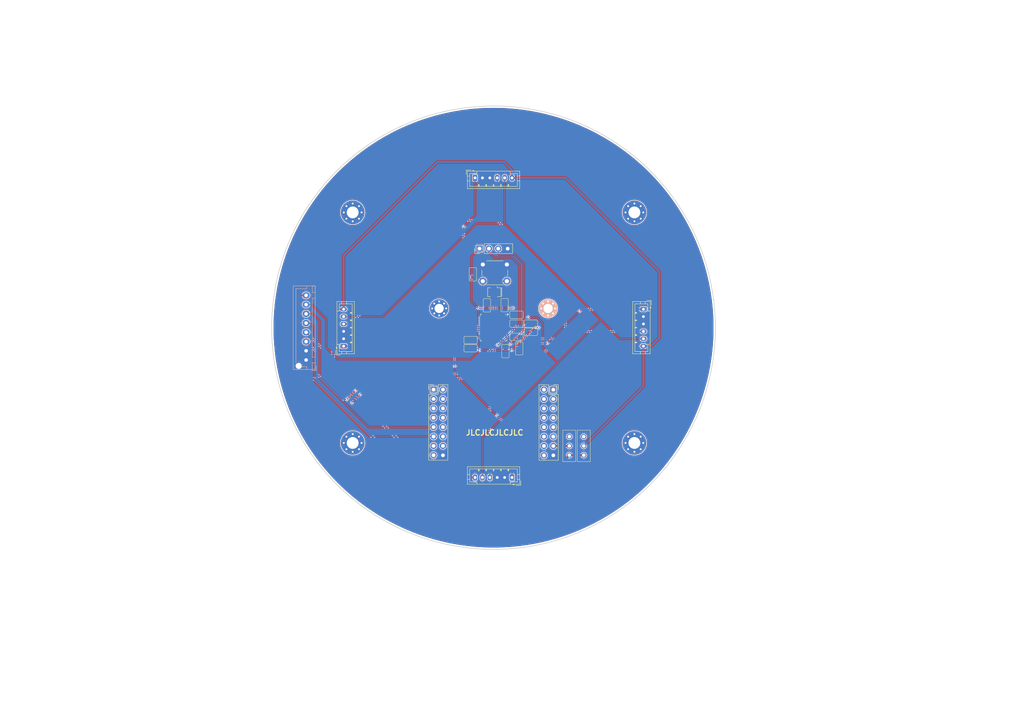
<source format=kicad_pcb>
(kicad_pcb (version 20240108) (generator "pcbnew") (generator_version "8.0")
  (layers (0 "F.Cu" signal) (31 "B.Cu" signal) (34 "B.Paste" user) (35 "F.Paste" user) (36 "B.SilkS" user "B.Silkscreen") (37 "F.SilkS" user "F.Silkscreen") (38 "B.Mask" user) (39 "F.Mask" user) (44 "Edge.Cuts" user))
  (net 0 "")
  (net 1 "+3V3 FILT")
  (net 2 "GNDREF")
  (net 3 "/TOF/ENC RST")
  (net 4 "Net-(D1-K)")
  (net 5 "/TOF/TOF LED")
  (net 6 "+5V FILT")
  (net 7 "CAM TX")
  (net 8 "CAM RX")
  (net 9 "TOF TX")
  (net 10 "TOF RX")
  (net 11 "/TOF/TOF SDA")
  (net 12 "/TOF/TOF PWR")
  (net 13 "/TOF/TOF SCL")
  (net 14 "/TOF/TOF1")
  (net 15 "/TOF/TOF3")
  (net 16 "/TOF/TOF2")
  (net 17 "/TOF/TOF4")
  (net 18 "/TOF/TOF SWCLK")
  (net 19 "/TOF/TOF SWDIO")
  (net 20 "/TOF/ENC BOOT0")
  (net 22 "/CAM PWR")
  (net 34 "/CAM RST")
  (net 54 "/TOF/ENC OSC OUT")
  (net 76 "/TOF/ENC OSC IN")
  (footprint "Library:cap0603" (layer "F.Cu") (at 146.7 105.05 -90)
    (property "Reference" "C4" (hide yes))
    (property "Value" "0u1" (hide yes))
    (pad "1" smd roundrect (at -0.799999 0 270) (size 1 1) (layers "F.Cu" "F.Paste" "F.Mask") (roundrect_rratio 0.1) (net 1 "+3V3 FILT"))
    (pad "2" smd roundrect (at 0.799999 0 270) (size 1 1) (layers "F.Cu" "F.Paste" "F.Mask") (roundrect_rratio 0.1) (net 2 "GNDREF"))
  )
  (footprint "Connector_JST:JST_PH_B6B-PH-K_1x06_P2.00mm_Vertical" (layer "F.Cu") (at 148.499999 139.250001 180)
    (property "Reference" "J3" (hide yes))
    (property "Value" "Conn_01x06")
    (pad "1" thru_hole roundrect (at 0 0 180) (size 1.2 1.75) (drill 0.75) (layers "*.Cu" "*.Mask") (roundrect_rratio 0.208333) (net 15 "/TOF/TOF3"))
    (pad "2" thru_hole oval (at 2.000001 0 180) (size 1.2 1.75) (drill 0.75) (layers "*.Cu" "*.Mask") (net 2 "GNDREF"))
    (pad "3" thru_hole oval (at 4 0 180) (size 1.2 1.75) (drill 0.75) (layers "*.Cu" "*.Mask") (net 2 "GNDREF"))
    (pad "4" thru_hole oval (at 6 0 180) (size 1.2 1.75) (drill 0.75) (layers "*.Cu" "*.Mask") (net 13 "/TOF/TOF SCL"))
    (pad "5" thru_hole oval (at 8 0 180) (size 1.2 1.75) (drill 0.75) (layers "*.Cu" "*.Mask") (net 11 "/TOF/TOF SDA"))
    (pad "6" thru_hole oval (at 10 0 180) (size 1.2 1.75) (drill 0.75) (layers "*.Cu" "*.Mask") (net 12 "/TOF/TOF PWR"))
  )
  (footprint "Connector_JST:JST_PH_B6B-PH-K_1x06_P2.00mm_Vertical" (layer "F.Cu") (at 102.949997 103.699999 90)
    (property "Reference" "J4" (hide yes))
    (property "Value" "Conn_01x06")
    (pad "1" thru_hole roundrect (at 0 0 90) (size 1.2 1.75) (drill 0.75) (layers "*.Cu" "*.Mask") (roundrect_rratio 0.208333) (net 16 "/TOF/TOF2"))
    (pad "2" thru_hole oval (at 2.000001 0 90) (size 1.2 1.75) (drill 0.75) (layers "*.Cu" "*.Mask") (net 2 "GNDREF"))
    (pad "3" thru_hole oval (at 4 0 90) (size 1.2 1.75) (drill 0.75) (layers "*.Cu" "*.Mask") (net 2 "GNDREF"))
    (pad "4" thru_hole oval (at 6 0 90) (size 1.2 1.75) (drill 0.75) (layers "*.Cu" "*.Mask") (net 13 "/TOF/TOF SCL"))
    (pad "5" thru_hole oval (at 8 0 90) (size 1.2 1.75) (drill 0.75) (layers "*.Cu" "*.Mask") (net 11 "/TOF/TOF SDA"))
    (pad "6" thru_hole oval (at 10 0 90) (size 1.2 1.75) (drill 0.75) (layers "*.Cu" "*.Mask") (net 12 "/TOF/TOF PWR"))
  )
  (footprint "Library:res0603" (layer "F.Cu") (at 149.700001 97.6 180)
    (property "Reference" "R1" (hide yes))
    (property "Value" "R")
    (pad "1" smd roundrect (at -0.799999 0 180) (size 1 1) (layers "F.Cu" "F.Paste" "F.Mask") (roundrect_rratio 0.1) (net 2 "GNDREF"))
    (pad "2" smd roundrect (at 0.799999 0 180) (size 1 1) (layers "F.Cu" "F.Paste" "F.Mask") (roundrect_rratio 0.1) (net 20 "/TOF/ENC BOOT0"))
  )
  (footprint "Connector_PinHeader_2.54mm:PinHeader_1x04_P2.54mm_Vertical" (layer "F.Cu") (at 139.7 77.3 90)
    (property "Reference" "J6" (hide yes))
    (property "Value" "Conn_01x04")
    (pad "1" thru_hole rect (at 0 0 90) (size 1.7 1.7) (drill 1) (layers "*.Cu" "*.Mask") (net 1 "+3V3 FILT"))
    (pad "2" thru_hole oval (at 0 2.54 90) (size 1.7 1.7) (drill 1) (layers "*.Cu" "*.Mask") (net 19 "/TOF/TOF SWDIO"))
    (pad "3" thru_hole oval (at 0 5.08 90) (size 1.7 1.7) (drill 1) (layers "*.Cu" "*.Mask") (net 18 "/TOF/TOF SWCLK"))
    (pad "4" thru_hole oval (at 0 7.62 90) (size 1.7 1.7) (drill 1) (layers "*.Cu" "*.Mask") (net 2 "GNDREF"))
  )
  (footprint "Connector_JST:JST_PH_B6B-PH-K_1x06_P2.00mm_Vertical" (layer "F.Cu") (at 138.5 58.149998)
    (property "Reference" "J2" (hide yes))
    (property "Value" "Conn_01x06")
    (pad "1" thru_hole roundrect (at 0 0) (size 1.2 1.75) (drill 0.75) (layers "*.Cu" "*.Mask") (roundrect_rratio 0.208333) (net 14 "/TOF/TOF1"))
    (pad "2" thru_hole oval (at 2 0) (size 1.2 1.75) (drill 0.75) (layers "*.Cu" "*.Mask") (net 2 "GNDREF"))
    (pad "3" thru_hole oval (at 4 0) (size 1.2 1.75) (drill 0.75) (layers "*.Cu" "*.Mask") (net 2 "GNDREF"))
    (pad "4" thru_hole oval (at 6 0) (size 1.2 1.75) (drill 0.75) (layers "*.Cu" "*.Mask") (net 13 "/TOF/TOF SCL"))
    (pad "5" thru_hole oval (at 8 0) (size 1.2 1.75) (drill 0.75) (layers "*.Cu" "*.Mask") (net 11 "/TOF/TOF SDA"))
    (pad "6" thru_hole oval (at 10 0) (size 1.2 1.75) (drill 0.75) (layers "*.Cu" "*.Mask") (net 12 "/TOF/TOF PWR"))
  )
  (footprint "Library:SS12D00G3" (layer "F.Cu") (at 167.9 130.7 90)
    (property "Reference" "SW3" (hide yes))
    (property "Value" "SW_SPDT" (hide yes))
    (pad "1" thru_hole circle (at -2.5 0 90) (size 1.4 1.4) (drill 0.9) (layers "*.Cu" "*.Mask") (net 6 "+5V FILT"))
    (pad "2" thru_hole circle (at 0 0 90) (size 1.4 1.4) (drill 0.9) (layers "*.Cu" "*.Mask") (net 12 "/TOF/TOF PWR"))
    (pad "3" thru_hole circle (at 2.5 0 90) (size 1.4 1.4) (drill 0.9) (layers "*.Cu" "*.Mask"))
  )
  (footprint "Library:res0603" (layer "F.Cu") (at 150.45 104.3 -90)
    (property "Reference" "R4" (hide yes))
    (property "Value" "1K")
    (pad "1" smd roundrect (at -0.799999 0 270) (size 1 1) (layers "F.Cu" "F.Paste" "F.Mask") (roundrect_rratio 0.1) (net 4 "Net-(D1-K)"))
    (pad "2" smd roundrect (at 0.799999 0 270) (size 1 1) (layers "F.Cu" "F.Paste" "F.Mask") (roundrect_rratio 0.1) (net 2 "GNDREF"))
  )
  (footprint "Library:SS12D00G3" (layer "F.Cu") (at 164 130.7 90)
    (property "Reference" "SW1" (hide yes))
    (property "Value" "SW_SPDT" (hide yes))
    (pad "1" thru_hole circle (at -2.5 0 90) (size 1.4 1.4) (drill 0.9) (layers "*.Cu" "*.Mask") (net 6 "+5V FILT"))
    (pad "2" thru_hole circle (at 0 0 90) (size 1.4 1.4) (drill 0.9) (layers "*.Cu" "*.Mask") (net 22 "/CAM PWR"))
    (pad "3" thru_hole circle (at 2.5 0 90) (size 1.4 1.4) (drill 0.9) (layers "*.Cu" "*.Mask"))
  )
  (footprint "MountingHole:MountingHole_3.2mm_M3_Pad_Via" (layer "F.Cu") (at 181.6 67.5)
    (property "Reference" "H2" (hide yes))
    (property "Value" "MountingHole")
    (pad "1" thru_hole circle (at -2.4 0) (size 0.8 0.8) (drill 0.5) (layers "*.Cu" "*.Mask"))
    (pad "1" thru_hole circle (at -1.697056 -1.697056) (size 0.8 0.8) (drill 0.5) (layers "*.Cu" "*.Mask"))
    (pad "1" thru_hole circle (at -1.697056 1.697056) (size 0.8 0.8) (drill 0.5) (layers "*.Cu" "*.Mask"))
    (pad "1" thru_hole circle (at 0 -2.4) (size 0.8 0.8) (drill 0.5) (layers "*.Cu" "*.Mask"))
    (pad "1" thru_hole circle (at 0 0) (size 6.4 6.4) (drill 3.2) (layers "*.Cu" "*.Mask"))
    (pad "1" thru_hole circle (at 0 2.4) (size 0.8 0.8) (drill 0.5) (layers "*.Cu" "*.Mask"))
    (pad "1" thru_hole circle (at 1.697056 -1.697056) (size 0.8 0.8) (drill 0.5) (layers "*.Cu" "*.Mask"))
    (pad "1" thru_hole circle (at 1.697056 1.697056) (size 0.8 0.8) (drill 0.5) (layers "*.Cu" "*.Mask"))
    (pad "1" thru_hole circle (at 2.4 0) (size 0.8 0.8) (drill 0.5) (layers "*.Cu" "*.Mask"))
  )
  (footprint "Library:cap0603" (layer "F.Cu") (at 137.300001 104.250001 180)
    (property "Reference" "C1" (hide yes))
    (property "Value" "2u2" (hide yes))
    (pad "1" smd roundrect (at -0.799999 0 180) (size 1 1) (layers "F.Cu" "F.Paste" "F.Mask") (roundrect_rratio 0.1) (net 1 "+3V3 FILT"))
    (pad "2" smd roundrect (at 0.799999 0 180) (size 1 1) (layers "F.Cu" "F.Paste" "F.Mask") (roundrect_rratio 0.1) (net 2 "GNDREF"))
  )
  (footprint "Library:OpenMV_RT" (layer "F.Cu") (at 143.5 98.7)
    (property "Reference" "U1" (hide yes))
    (property "Value" "~")
    (pad "0" thru_hole rect (at -16.225 16.756) (size 1.7 1.7) (drill 1) (layers "*.Cu" "*.Mask"))
    (pad "1" thru_hole oval (at -13.685 16.756) (size 1.7 1.7) (drill 1) (layers "*.Cu" "*.Mask"))
    (pad "2" thru_hole oval (at -16.225 19.296) (size 1.7 1.7) (drill 1) (layers "*.Cu" "*.Mask"))
    (pad "3" thru_hole oval (at -13.685 19.296) (size 1.7 1.7) (drill 1) (layers "*.Cu" "*.Mask"))
    (pad "4" thru_hole oval (at -16.225 21.836) (size 1.7 1.7) (drill 1) (layers "*.Cu" "*.Mask"))
    (pad "5" thru_hole oval (at -13.685 21.836) (size 1.7 1.7) (drill 1) (layers "*.Cu" "*.Mask"))
    (pad "6" thru_hole oval (at -16.225 24.376) (size 1.7 1.7) (drill 1) (layers "*.Cu" "*.Mask"))
    (pad "7" thru_hole oval (at -13.685 24.376) (size 1.7 1.7) (drill 1) (layers "*.Cu" "*.Mask"))
    (pad "8" thru_hole oval (at -16.225 26.916) (size 1.7 1.7) (drill 1) (layers "*.Cu" "*.Mask") (net 7 "CAM TX"))
    (pad "9" thru_hole oval (at -13.685 26.916) (size 1.7 1.7) (drill 1) (layers "*.Cu" "*.Mask"))
    (pad "10" thru_hole oval (at -16.225 29.456) (size 1.7 1.7) (drill 1) (layers "*.Cu" "*.Mask") (net 8 "CAM RX"))
    (pad "11" thru_hole oval (at -13.685 29.456) (size 1.7 1.7) (drill 1) (layers "*.Cu" "*.Mask"))
    (pad "12" thru_hole oval (at -16.225 31.996) (size 1.7 1.7) (drill 1) (layers "*.Cu" "*.Mask"))
    (pad "13" thru_hole oval (at -13.685 31.996) (size 1.7 1.7) (drill 1) (layers "*.Cu" "*.Mask"))
    (pad "14" thru_hole oval (at -16.225 34.536) (size 1.7 1.7) (drill 1) (layers "*.Cu" "*.Mask"))
    (pad "15" thru_hole oval (at -13.685 34.536) (size 1.7 1.7) (drill 1) (layers "*.Cu" "*.Mask") (net 2 "GNDREF"))
    (pad "16" thru_hole oval (at 13.635 16.776) (size 1.7 1.7) (drill 1) (layers "*.Cu" "*.Mask"))
    (pad "17" thru_hole rect (at 16.175 16.776) (size 1.7 1.7) (drill 1) (layers "*.Cu" "*.Mask") (net 34 "/CAM RST"))
    (pad "18" thru_hole oval (at 13.635 19.316) (size 1.7 1.7) (drill 1) (layers "*.Cu" "*.Mask"))
    (pad "19" thru_hole oval (at 16.175 19.316) (size 1.7 1.7) (drill 1) (layers "*.Cu" "*.Mask"))
    (pad "20" thru_hole oval (at 13.635 21.856) (size 1.7 1.7) (drill 1) (layers "*.Cu" "*.Mask"))
    (pad "21" thru_hole oval (at 16.175 21.856) (size 1.7 1.7) (drill 1) (layers "*.Cu" "*.Mask"))
    (pad "22" thru_hole oval (at 13.635 24.396) (size 1.7 1.7) (drill 1) (layers "*.Cu" "*.Mask"))
    (pad "23" thru_hole oval (at 16.175 24.396) (size 1.7 1.7) (drill 1) (layers "*.Cu" "*.Mask"))
    (pad "24" thru_hole oval (at 13.635 26.936) (size 1.7 1.7) (drill 1) (layers "*.Cu" "*.Mask"))
    (pad "25" thru_hole oval (at 16.175 26.936) (size 1.7 1.7) (drill 1) (layers "*.Cu" "*.Mask"))
    (pad "26" thru_hole oval (at 13.635 29.476) (size 1.7 1.7) (drill 1) (layers "*.Cu" "*.Mask"))
    (pad "27" thru_hole oval (at 16.175 29.476) (size 1.7 1.7) (drill 1) (layers "*.Cu" "*.Mask"))
    (pad "28" thru_hole oval (at 13.635 32.016) (size 1.7 1.7) (drill 1) (layers "*.Cu" "*.Mask"))
    (pad "29" thru_hole oval (at 16.175 32.016) (size 1.7 1.7) (drill 1) (layers "*.Cu" "*.Mask") (net 22 "/CAM PWR"))
    (pad "30" thru_hole oval (at 13.635 34.556) (size 1.7 1.7) (drill 1) (layers "*.Cu" "*.Mask"))
    (pad "31" thru_hole oval (at 16.175 34.556) (size 1.7 1.7) (drill 1) (layers "*.Cu" "*.Mask") (net 2 "GNDREF"))
    (pad "X" thru_hole circle (at -16.582 -5.207) (size 0.8 0.8) (drill 0.5) (layers "*.Cu" "*.Mask"))
    (pad "X" thru_hole circle (at -16.032825 -6.532825) (size 0.8 0.8) (drill 0.5) (layers "*.Cu" "*.Mask"))
    (pad "X" thru_hole circle (at -16.032825 -3.881175) (size 0.8 0.8) (drill 0.5) (layers "*.Cu" "*.Mask"))
    (pad "X" thru_hole circle (at -14.707 -7.082) (size 0.8 0.8) (drill 0.5) (layers "*.Cu" "*.Mask"))
    (pad "X" thru_hole circle (at -14.707 -5.207) (size 5 5) (drill 2.5) (layers "*.Cu" "*.Mask"))
    (pad "X" thru_hole circle (at -14.707 -3.332) (size 0.8 0.8) (drill 0.5) (layers "*.Cu" "*.Mask"))
    (pad "X" thru_hole circle (at -13.381175 -6.532825) (size 0.8 0.8) (drill 0.5) (layers "*.Cu" "*.Mask"))
    (pad "X" thru_hole circle (at -13.381175 -3.881175) (size 0.8 0.8) (drill 0.5) (layers "*.Cu" "*.Mask"))
    (pad "X" thru_hole circle (at -12.832 -5.207) (size 0.8 0.8) (drill 0.5) (layers "*.Cu" "*.Mask"))
    (pad "X" thru_hole circle (at 12.882 -5.207) (size 0.8 0.8) (drill 0.5) (layers "*.Cu" "*.Mask"))
    (pad "X" thru_hole circle (at 13.431175 -6.532825) (size 0.8 0.8) (drill 0.5) (layers "*.Cu" "*.Mask"))
    (pad "X" thru_hole circle (at 13.431175 -3.881175) (size 0.8 0.8) (drill 0.5) (layers "*.Cu" "*.Mask"))
    (pad "X" thru_hole circle (at 14.757 -7.082) (size 0.8 0.8) (drill 0.5) (layers "*.Cu" "*.Mask"))
    (pad "X" thru_hole circle (at 14.757 -5.207) (size 5 5) (drill 2.5) (layers "*.Cu" "*.Mask" "B.SilkS"))
    (pad "X" thru_hole circle (at 14.757 -3.332) (size 0.8 0.8) (drill 0.5) (layers "*.Cu" "*.Mask" "Eco1.User"))
    (pad "X" thru_hole circle (at 16.082825 -6.532825) (size 0.8 0.8) (drill 0.5) (layers "*.Cu" "*.Mask"))
    (pad "X" thru_hole circle (at 16.082825 -3.881175) (size 0.8 0.8) (drill 0.5) (layers "*.Cu" "*.Mask" "Dwgs.User"))
    (pad "X" thru_hole circle (at 16.632 -5.207) (size 0.8 0.8) (drill 0.5) (layers "*.Cu" "*.Mask"))
  )
  (footprint "MountingHole:MountingHole_3.2mm_M3_Pad_Via" (layer "F.Cu") (at 105.4 129.9)
    (property "Reference" "H4" (hide yes))
    (property "Value" "MountingHole")
    (pad "1" thru_hole circle (at -2.4 0) (size 0.8 0.8) (drill 0.5) (layers "*.Cu" "*.Mask"))
    (pad "1" thru_hole circle (at -1.697056 -1.697056) (size 0.8 0.8) (drill 0.5) (layers "*.Cu" "*.Mask"))
    (pad "1" thru_hole circle (at -1.697056 1.697056) (size 0.8 0.8) (drill 0.5) (layers "*.Cu" "*.Mask"))
    (pad "1" thru_hole circle (at 0 -2.4) (size 0.8 0.8) (drill 0.5) (layers "*.Cu" "*.Mask"))
    (pad "1" thru_hole circle (at 0 0) (size 6.4 6.4) (drill 3.2) (layers "*.Cu" "*.Mask"))
    (pad "1" thru_hole circle (at 0 2.4) (size 0.8 0.8) (drill 0.5) (layers "*.Cu" "*.Mask"))
    (pad "1" thru_hole circle (at 1.697056 -1.697056) (size 0.8 0.8) (drill 0.5) (layers "*.Cu" "*.Mask"))
    (pad "1" thru_hole circle (at 1.697056 1.697056) (size 0.8 0.8) (drill 0.5) (layers "*.Cu" "*.Mask"))
    (pad "1" thru_hole circle (at 2.4 0) (size 0.8 0.8) (drill 0.5) (layers "*.Cu" "*.Mask"))
  )
  (footprint "Connector_JST:JST_PH_B6B-PH-K_1x06_P2.00mm_Vertical" (layer "F.Cu") (at 184.05 93.700001 -90)
    (property "Reference" "J5" (hide yes))
    (property "Value" "Conn_01x06")
    (pad "1" thru_hole roundrect (at 0 0 270) (size 1.2 1.75) (drill 0.75) (layers "*.Cu" "*.Mask") (roundrect_rratio 0.208333) (net 17 "/TOF/TOF4"))
    (pad "2" thru_hole oval (at 2 0 270) (size 1.2 1.75) (drill 0.75) (layers "*.Cu" "*.Mask") (net 2 "GNDREF"))
    (pad "3" thru_hole oval (at 4 0 270) (size 1.2 1.75) (drill 0.75) (layers "*.Cu" "*.Mask") (net 2 "GNDREF"))
    (pad "4" thru_hole oval (at 6 0 270) (size 1.2 1.75) (drill 0.75) (layers "*.Cu" "*.Mask") (net 13 "/TOF/TOF SCL"))
    (pad "5" thru_hole oval (at 8 0 270) (size 1.2 1.75) (drill 0.75) (layers "*.Cu" "*.Mask") (net 11 "/TOF/TOF SDA"))
    (pad "6" thru_hole oval (at 10 0 270) (size 1.2 1.75) (drill 0.75) (layers "*.Cu" "*.Mask") (net 12 "/TOF/TOF PWR"))
  )
  (footprint "Library:cap0603" (layer "F.Cu") (at 137.9 84.25 90)
    (property "Reference" "C7" (hide yes))
    (property "Value" "C" (hide yes))
    (pad "1" smd roundrect (at -0.799999 0 90) (size 1 1) (layers "F.Cu" "F.Paste" "F.Mask") (roundrect_rratio 0.1) (net 3 "/TOF/ENC RST"))
    (pad "2" smd roundrect (at 0.799999 0 90) (size 1 1) (layers "F.Cu" "F.Paste" "F.Mask") (roundrect_rratio 0.1) (net 2 "GNDREF"))
  )
  (footprint "Library:res0603" (layer "F.Cu") (at 153.600001 99.8 180)
    (property "Reference" "R2" (hide yes))
    (property "Value" "1k")
    (pad "1" smd roundrect (at -0.799999 0 180) (size 1 1) (layers "F.Cu" "F.Paste" "F.Mask") (roundrect_rratio 0.1) (net 1 "+3V3 FILT"))
    (pad "2" smd roundrect (at 0.799999 0 180) (size 1 1) (layers "F.Cu" "F.Paste" "F.Mask") (roundrect_rratio 0.1) (net 13 "/TOF/TOF SCL"))
  )
  (footprint "Library:cap0603" (layer "F.Cu") (at 149.7 95.2)
    (property "Reference" "C2" (hide yes))
    (property "Value" "0u1" (hide yes))
    (pad "1" smd roundrect (at -0.799999 0) (size 1 1) (layers "F.Cu" "F.Paste" "F.Mask") (roundrect_rratio 0.1) (net 1 "+3V3 FILT"))
    (pad "2" smd roundrect (at 0.799999 0) (size 1 1) (layers "F.Cu" "F.Paste" "F.Mask") (roundrect_rratio 0.1) (net 2 "GNDREF"))
  )
  (footprint "Library:cap0603" (layer "F.Cu") (at 137.300001 102.050001 180)
    (property "Reference" "C3" (hide yes))
    (property "Value" "0u1" (hide yes))
    (pad "1" smd roundrect (at -0.799999 0 180) (size 1 1) (layers "F.Cu" "F.Paste" "F.Mask") (roundrect_rratio 0.1) (net 1 "+3V3 FILT"))
    (pad "2" smd roundrect (at 0.799999 0 180) (size 1 1) (layers "F.Cu" "F.Paste" "F.Mask") (roundrect_rratio 0.1) (net 2 "GNDREF"))
  )
  (footprint "Crystal:Resonator_SMD_Murata_CSTxExxV-3Pin_3.0x1.1mm" (layer "F.Cu") (at 143.7 89.1 180)
    (property "Reference" "Y1" (hide yes))
    (property "Value" "8Mhz")
    (pad "1" smd rect (at -1.2 0 180) (size 0.4 1.9) (layers "F.Cu" "F.Paste" "F.Mask") (net 76 "/TOF/ENC OSC IN"))
    (pad "2" smd rect (at 0 0 180) (size 0.4 1.9) (layers "F.Cu" "F.Paste" "F.Mask") (net 54 "/TOF/ENC OSC OUT"))
    (pad "3" smd rect (at 1.2 0 180) (size 0.4 1.9) (layers "F.Cu" "F.Paste" "F.Mask") (net 2 "GNDREF"))
  )
  (footprint "Button_Switch_THT:SW_PUSH_6mm" (layer "F.Cu") (at 140.599999 81.6)
    (property "Reference" "SW2" (hide yes))
    (property "Value" "ENC RST")
    (pad "1" thru_hole circle (at 0 0 90) (size 2 2) (drill 1.1) (layers "*.Cu" "*.Mask") (net 2 "GNDREF"))
    (pad "1" thru_hole circle (at 6.5 0 90) (size 2 2) (drill 1.1) (layers "*.Cu" "*.Mask") (net 2 "GNDREF"))
    (pad "2" thru_hole circle (at 0 4.500001 90) (size 2 2) (drill 1.1) (layers "*.Cu" "*.Mask") (net 3 "/TOF/ENC RST"))
    (pad "2" thru_hole circle (at 6.500001 4.5 90) (size 2 2) (drill 1.1) (layers "*.Cu" "*.Mask") (net 3 "/TOF/ENC RST"))
  )
  (footprint "Library:cap0603" (layer "F.Cu") (at 141.7 92.65 90)
    (property "Reference" "C6" (hide yes))
    (property "Value" "0u1" (hide yes))
    (pad "1" smd roundrect (at -0.799999 0 90) (size 1 1) (layers "F.Cu" "F.Paste" "F.Mask") (roundrect_rratio 0.1) (net 1 "+3V3 FILT"))
    (pad "2" smd roundrect (at 0.799999 0 90) (size 1 1) (layers "F.Cu" "F.Paste" "F.Mask") (roundrect_rratio 0.1) (net 2 "GNDREF"))
  )
  (footprint "MountingHole:MountingHole_3.2mm_M3_Pad_Via" (layer "F.Cu") (at 105.4 67.5)
    (property "Reference" "H1" (hide yes))
    (property "Value" "MountingHole")
    (pad "1" thru_hole circle (at -2.4 0) (size 0.8 0.8) (drill 0.5) (layers "*.Cu" "*.Mask"))
    (pad "1" thru_hole circle (at -1.697056 -1.697056) (size 0.8 0.8) (drill 0.5) (layers "*.Cu" "*.Mask"))
    (pad "1" thru_hole circle (at -1.697056 1.697056) (size 0.8 0.8) (drill 0.5) (layers "*.Cu" "*.Mask"))
    (pad "1" thru_hole circle (at 0 -2.4) (size 0.8 0.8) (drill 0.5) (layers "*.Cu" "*.Mask"))
    (pad "1" thru_hole circle (at 0 0) (size 6.4 6.4) (drill 3.2) (layers "*.Cu" "*.Mask"))
    (pad "1" thru_hole circle (at 0 2.4) (size 0.8 0.8) (drill 0.5) (layers "*.Cu" "*.Mask"))
    (pad "1" thru_hole circle (at 1.697056 -1.697056) (size 0.8 0.8) (drill 0.5) (layers "*.Cu" "*.Mask"))
    (pad "1" thru_hole circle (at 1.697056 1.697056) (size 0.8 0.8) (drill 0.5) (layers "*.Cu" "*.Mask"))
    (pad "1" thru_hole circle (at 2.4 0) (size 0.8 0.8) (drill 0.5) (layers "*.Cu" "*.Mask"))
  )
  (footprint "Package_DFN_QFN:QFN-48-1EP_7x7mm_P0.5mm_EP5.6x5.6mm" (layer "F.Cu") (at 143.5 98.7 -90)
    (property "Reference" "U2" (hide yes))
    (property "Value" "STM32F103Cx")
    (pad "1" smd roundrect (at -3.4375 -2.75 270) (size 0.875 0.25) (layers "F.Cu" "F.Paste" "F.Mask") (net 1 "+3V3 FILT"))
    (pad "2" smd roundrect (at -3.4375 -2.25 270) (size 0.875 0.25) (layers "F.Cu" "F.Paste" "F.Mask"))
    (pad "3" smd roundrect (at -3.4375 -1.749999 270) (size 0.875 0.25) (layers "F.Cu" "F.Paste" "F.Mask"))
    (pad "4" smd roundrect (at -3.4375 -1.25 270) (size 0.875 0.25) (layers "F.Cu" "F.Paste" "F.Mask"))
    (pad "5" smd roundrect (at -3.4375 -0.750001 270) (size 0.875 0.25) (layers "F.Cu" "F.Paste" "F.Mask") (net 76 "/TOF/ENC OSC IN"))
    (pad "6" smd roundrect (at -3.4375 -0.25 270) (size 0.875 0.25) (layers "F.Cu" "F.Paste" "F.Mask") (net 54 "/TOF/ENC OSC OUT"))
    (pad "7" smd roundrect (at -3.4375 0.25 270) (size 0.875 0.25) (layers "F.Cu" "F.Paste" "F.Mask") (net 3 "/TOF/ENC RST"))
    (pad "8" smd roundrect (at -3.4375 0.750001 270) (size 0.875 0.25) (layers "F.Cu" "F.Paste" "F.Mask") (net 2 "GNDREF"))
    (pad "9" smd roundrect (at -3.4375 1.25 270) (size 0.875 0.25) (layers "F.Cu" "F.Paste" "F.Mask") (net 1 "+3V3 FILT"))
    (pad "10" smd roundrect (at -3.4375 1.749999 270) (size 0.875 0.25) (layers "F.Cu" "F.Paste" "F.Mask"))
    (pad "11" smd roundrect (at -3.4375 2.25 270) (size 0.875 0.25) (layers "F.Cu" "F.Paste" "F.Mask"))
    (pad "12" smd roundrect (at -3.4375 2.75 270) (size 0.875 0.25) (layers "F.Cu" "F.Paste" "F.Mask"))
    (pad "13" smd roundrect (at -2.75 3.4375 270) (size 0.25 0.875) (layers "F.Cu" "F.Paste" "F.Mask"))
    (pad "14" smd roundrect (at -2.25 3.4375 270) (size 0.25 0.875) (layers "F.Cu" "F.Paste" "F.Mask"))
    (pad "15" smd roundrect (at -1.749999 3.4375 270) (size 0.25 0.875) (layers "F.Cu" "F.Paste" "F.Mask"))
    (pad "16" smd roundrect (at -1.25 3.4375 270) (size 0.25 0.875) (layers "F.Cu" "F.Paste" "F.Mask"))
    (pad "17" smd roundrect (at -0.750001 3.4375 270) (size 0.25 0.875) (layers "F.Cu" "F.Paste" "F.Mask"))
    (pad "18" smd roundrect (at -0.25 3.4375 270) (size 0.25 0.875) (layers "F.Cu" "F.Paste" "F.Mask") (net 14 "/TOF/TOF1"))
    (pad "19" smd roundrect (at 0.25 3.4375 270) (size 0.25 0.875) (layers "F.Cu" "F.Paste" "F.Mask") (net 16 "/TOF/TOF2"))
    (pad "20" smd roundrect (at 0.750001 3.4375 270) (size 0.25 0.875) (layers "F.Cu" "F.Paste" "F.Mask") (net 15 "/TOF/TOF3"))
    (pad "21" smd roundrect (at 1.25 3.4375 270) (size 0.25 0.875) (layers "F.Cu" "F.Paste" "F.Mask"))
    (pad "22" smd roundrect (at 1.749999 3.4375 270) (size 0.25 0.875) (layers "F.Cu" "F.Paste" "F.Mask"))
    (pad "23" smd roundrect (at 2.25 3.4375 270) (size 0.25 0.875) (layers "F.Cu" "F.Paste" "F.Mask") (net 2 "GNDREF"))
    (pad "24" smd roundrect (at 2.75 3.4375 270) (size 0.25 0.875) (layers "F.Cu" "F.Paste" "F.Mask") (net 1 "+3V3 FILT"))
    (pad "25" smd roundrect (at 3.4375 2.75 270) (size 0.875 0.25) (layers "F.Cu" "F.Paste" "F.Mask"))
    (pad "26" smd roundrect (at 3.4375 2.25 270) (size 0.875 0.25) (layers "F.Cu" "F.Paste" "F.Mask"))
    (pad "27" smd roundrect (at 3.4375 1.749999 270) (size 0.875 0.25) (layers "F.Cu" "F.Paste" "F.Mask"))
    (pad "28" smd roundrect (at 3.4375 1.25 270) (size 0.875 0.25) (layers "F.Cu" "F.Paste" "F.Mask"))
    (pad "29" smd roundrect (at 3.4375 0.750001 270) (size 0.875 0.25) (layers "F.Cu" "F.Paste" "F.Mask"))
    (pad "30" smd roundrect (at 3.4375 0.25 270) (size 0.875 0.25) (layers "F.Cu" "F.Paste" "F.Mask") (net 9 "TOF TX"))
    (pad "31" smd roundrect (at 3.4375 -0.25 270) (size 0.875 0.25) (layers "F.Cu" "F.Paste" "F.Mask") (net 10 "TOF RX"))
    (pad "32" smd roundrect (at 3.4375 -0.750001 270) (size 0.875 0.25) (layers "F.Cu" "F.Paste" "F.Mask"))
    (pad "33" smd roundrect (at 3.4375 -1.25 270) (size 0.875 0.25) (layers "F.Cu" "F.Paste" "F.Mask"))
    (pad "34" smd roundrect (at 3.4375 -1.749999 270) (size 0.875 0.25) (layers "F.Cu" "F.Paste" "F.Mask") (net 19 "/TOF/TOF SWDIO"))
    (pad "35" smd roundrect (at 3.4375 -2.25 270) (size 0.875 0.25) (layers "F.Cu" "F.Paste" "F.Mask") (net 2 "GNDREF"))
    (pad "36" smd roundrect (at 3.4375 -2.75 270) (size 0.875 0.25) (layers "F.Cu" "F.Paste" "F.Mask") (net 1 "+3V3 FILT"))
    (pad "37" smd roundrect (at 2.75 -3.4375 270) (size 0.25 0.875) (layers "F.Cu" "F.Paste" "F.Mask") (net 18 "/TOF/TOF SWCLK"))
    (pad "38" smd roundrect (at 2.25 -3.4375 270) (size 0.25 0.875) (layers "F.Cu" "F.Paste" "F.Mask") (net 5 "/TOF/TOF LED"))
    (pad "39" smd roundrect (at 1.749999 -3.4375 270) (size 0.25 0.875) (layers "F.Cu" "F.Paste" "F.Mask") (net 17 "/TOF/TOF4"))
    (pad "40" smd roundrect (at 1.25 -3.4375 270) (size 0.25 0.875) (layers "F.Cu" "F.Paste" "F.Mask"))
    (pad "41" smd roundrect (at 0.750001 -3.4375 270) (size 0.25 0.875) (layers "F.Cu" "F.Paste" "F.Mask"))
    (pad "42" smd roundrect (at 0.25 -3.4375 270) (size 0.25 0.875) (layers "F.Cu" "F.Paste" "F.Mask") (net 13 "/TOF/TOF SCL"))
    (pad "43" smd roundrect (at -0.25 -3.4375 270) (size 0.25 0.875) (layers "F.Cu" "F.Paste" "F.Mask") (net 11 "/TOF/TOF SDA"))
    (pad "44" smd roundrect (at -0.750001 -3.4375 270) (size 0.25 0.875) (layers "F.Cu" "F.Paste" "F.Mask") (net 20 "/TOF/ENC BOOT0"))
    (pad "45" smd roundrect (at -1.25 -3.4375 270) (size 0.25 0.875) (layers "F.Cu" "F.Paste" "F.Mask"))
    (pad "46" smd roundrect (at -1.749999 -3.4375 270) (size 0.25 0.875) (layers "F.Cu" "F.Paste" "F.Mask"))
    (pad "47" smd roundrect (at -2.25 -3.4375 270) (size 0.25 0.875) (layers "F.Cu" "F.Paste" "F.Mask") (net 2 "GNDREF"))
    (pad "48" smd roundrect (at -2.75 -3.4375 270) (size 0.25 0.875) (layers "F.Cu" "F.Paste" "F.Mask") (net 1 "+3V3 FILT"))
    (pad "49" smd rect (at 0 0 270) (size 5.6 5.6) (property pad_prop_heatsink) (layers "F.Cu" "F.Mask") (net 2 "GNDREF"))
  )
  (footprint "MountingHole:MountingHole_3.2mm_M3_Pad_Via" (layer "F.Cu") (at 181.6 129.9)
    (property "Reference" "H3" (hide yes))
    (property "Value" "MountingHole")
    (pad "1" thru_hole circle (at -2.4 0) (size 0.8 0.8) (drill 0.5) (layers "*.Cu" "*.Mask"))
    (pad "1" thru_hole circle (at -1.697056 -1.697056) (size 0.8 0.8) (drill 0.5) (layers "*.Cu" "*.Mask"))
    (pad "1" thru_hole circle (at -1.697056 1.697056) (size 0.8 0.8) (drill 0.5) (layers "*.Cu" "*.Mask"))
    (pad "1" thru_hole circle (at 0 -2.4) (size 0.8 0.8) (drill 0.5) (layers "*.Cu" "*.Mask"))
    (pad "1" thru_hole circle (at 0 0) (size 6.4 6.4) (drill 3.2) (layers "*.Cu" "*.Mask"))
    (pad "1" thru_hole circle (at 0 2.4) (size 0.8 0.8) (drill 0.5) (layers "*.Cu" "*.Mask"))
    (pad "1" thru_hole circle (at 1.697056 -1.697056) (size 0.8 0.8) (drill 0.5) (layers "*.Cu" "*.Mask"))
    (pad "1" thru_hole circle (at 1.697056 1.697056) (size 0.8 0.8) (drill 0.5) (layers "*.Cu" "*.Mask"))
    (pad "1" thru_hole circle (at 2.4 0) (size 0.8 0.8) (drill 0.5) (layers "*.Cu" "*.Mask"))
  )
  (footprint "Library:cap0603" (layer "F.Cu") (at 146.5 92.6 90)
    (property "Reference" "C5" (hide yes))
    (property "Value" "0u1" (hide yes))
    (pad "1" smd roundrect (at -0.799999 0 90) (size 1 1) (layers "F.Cu" "F.Paste" "F.Mask") (roundrect_rratio 0.1) (net 1 "+3V3 FILT"))
    (pad "2" smd roundrect (at 0.799999 0 90) (size 1 1) (layers "F.Cu" "F.Paste" "F.Mask") (roundrect_rratio 0.1) (net 2 "GNDREF"))
  )
  (footprint "Library:res0603" (layer "F.Cu") (at 153.6 97.6 180)
    (property "Reference" "R3" (hide yes))
    (property "Value" "1k")
    (pad "1" smd roundrect (at -0.799999 0 180) (size 1 1) (layers "F.Cu" "F.Paste" "F.Mask") (roundrect_rratio 0.1) (net 1 "+3V3 FILT"))
    (pad "2" smd roundrect (at 0.799999 0 180) (size 1 1) (layers "F.Cu" "F.Paste" "F.Mask") (roundrect_rratio 0.1) (net 11 "/TOF/TOF SDA"))
  )
  (footprint "Library:led0603" (layer "F.Cu") (at 149.700001 101.2 180)
    (property "Reference" "D1" (hide yes))
    (property "Value" "RED")
    (pad "1" smd roundrect (at -0.799999 0 180) (size 1 1) (layers "F.Cu" "F.Paste" "F.Mask") (roundrect_rratio 0.1) (net 4 "Net-(D1-K)"))
    (pad "2" smd roundrect (at 0.799999 0 180) (size 1 1) (layers "F.Cu" "F.Paste" "F.Mask") (roundrect_rratio 0.1) (net 5 "/TOF/TOF LED"))
  )
  (footprint "Connector_JST:JST_XH_B8B-XH-AM_1x08_P2.50mm_Vertical" (layer "B.Cu") (at 92.800002 107.45 90)
    (property "Reference" "J1" (hide yes))
    (property "Value" "Conn_01x08")
    (pad "" np_thru_hole circle (at -1.6 -2 90) (size 1.2 1.2) (drill 1.2) (layers "F&B.Cu" "*.Mask"))
    (pad "1" thru_hole roundrect (at 0 0 90) (size 1.7 1.95) (drill 0.95) (layers "*.Cu" "*.Mask") (roundrect_rratio 0.147059) (net 2 "GNDREF"))
    (pad "2" thru_hole oval (at 2.5 0 90) (size 1.7 1.95) (drill 0.95) (layers "*.Cu" "*.Mask") (net 2 "GNDREF"))
    (pad "3" thru_hole oval (at 5 0 90) (size 1.7 1.95) (drill 0.95) (layers "*.Cu" "*.Mask") (net 9 "TOF TX"))
    (pad "4" thru_hole oval (at 7.5 0 90) (size 1.7 1.95) (drill 0.95) (layers "*.Cu" "*.Mask") (net 10 "TOF RX"))
    (pad "5" thru_hole oval (at 10 0 90) (size 1.7 1.95) (drill 0.95) (layers "*.Cu" "*.Mask") (net 8 "CAM RX"))
    (pad "6" thru_hole oval (at 12.5 0 90) (size 1.7 1.95) (drill 0.95) (layers "*.Cu" "*.Mask") (net 7 "CAM TX"))
    (pad "7" thru_hole oval (at 15 0 90) (size 1.7 1.95) (drill 0.95) (layers "*.Cu" "*.Mask") (net 1 "+3V3 FILT"))
    (pad "8" thru_hole oval (at 17.5 0 90) (size 1.7 1.95) (drill 0.95) (layers "*.Cu" "*.Mask") (net 6 "+5V FILT"))
  )
  (gr_circle (center 143.5 98.7) (end 203.5 98.7) (stroke (width 0.2)) (fill none) (layer "Edge.Cuts"))
  (gr_text "JLCJLCJLCJLC" (at 135.889715 127.981714 0) (layer "F.SilkS") (effects (font (size 1.5 1.5) (thickness 0.3) (bold yes)) (justify left bottom)))
  (segment (start 146.25 95.2625) (end 146.6625 95.2625) (width 0.254) (layer "F.Cu") (net 1))
  (segment (start 146.25 103.800001) (end 146.7 104.250001) (width 0.254) (layer "F.Cu") (net 1))
  (segment (start 139.150001 104.250001) (end 138.1 104.250001) (width 0.254) (layer "F.Cu") (net 1))
  (segment (start 148.8 93.399999) (end 146.5 93.399999) (width 0.254) (layer "F.Cu") (net 1))
  (segment (start 147.850001 104.250001) (end 146.7 104.250001) (width 0.254) (layer "F.Cu") (net 1))
  (segment (start 148.4 104.8) (end 147.850001 104.250001) (width 0.254) (layer "F.Cu") (net 1))
  (segment (start 146.25 102.1375) (end 146.25 103.800001) (width 0.254) (layer "F.Cu") (net 1))
  (segment (start 154.399999 98.7) (end 154.4 99.8) (width 0.254) (layer "F.Cu") (net 1))
  (segment (start 155.7 98.7) (end 154.399999 98.7) (width 0.254) (layer "F.Cu") (net 1))
  (segment (start 138.1 102.050001) (end 138.1 104.250001) (width 0.254) (layer "F.Cu") (net 1))
  (segment (start 146.9375 95.95) (end 148.150001 95.95) (width 0.254) (layer "F.Cu") (net 1))
  (segment (start 139.7 104.8) (end 139.150001 104.250001) (width 0.254) (layer "F.Cu") (net 1))
  (segment (start 139.401001 93.449999) (end 141.701 93.449999) (width 0.254) (layer "F.Cu") (net 1))
  (segment (start 142.25 93.999999) (end 141.7 93.449999) (width 0.254) (layer "F.Cu") (net 1))
  (segment (start 138.700001 101.45) (end 138.1 102.050001) (width 0.254) (layer "F.Cu") (net 1))
  (segment (start 146.9375 95.5375) (end 146.9375 95.95) (width 0.254) (layer "F.Cu") (net 1))
  (segment (start 154.399999 97.6) (end 154.399999 98.7) (width 0.254) (layer "F.Cu") (net 1))
  (segment (start 142.25 95.2625) (end 142.25 93.999999) (width 0.254) (layer "F.Cu") (net 1))
  (segment (start 140.0625 101.45) (end 138.700001 101.45) (width 0.254) (layer "F.Cu") (net 1))
  (segment (start 146.6625 95.2625) (end 146.9375 95.5375) (width 0.254) (layer "F.Cu") (net 1))
  (segment (start 146.25 95.2625) (end 146.25 93.649999) (width 0.254) (layer "F.Cu") (net 1))
  (segment (start 148.150001 95.95) (end 148.900001 95.2) (width 0.254) (layer "F.Cu") (net 1))
  (via (at 148.4 104.8) (size 0.6) (drill 0.3) (layers "F.Cu" "B.Cu") (net 1))
  (via (at 139.7 104.8) (size 0.6) (drill 0.3) (layers "F.Cu" "B.Cu") (net 1))
  (via (at 155.7 98.7) (size 0.6) (drill 0.3) (layers "F.Cu" "B.Cu") (net 1))
  (via (at 139.401001 93.449999) (size 0.6) (drill 0.3) (layers "F.Cu" "B.Cu") (net 1))
  (via (at 148.8 93.399999) (size 0.6) (drill 0.3) (layers "F.Cu" "B.Cu") (net 1))
  (segment (start 137.5 91.548998) (end 139.401001 93.449999) (width 0.254) (layer "B.Cu") (net 1))
  (segment (start 148.8 93.399999) (end 139.451001 93.399999) (width 0.254) (layer "B.Cu") (net 1))
  (segment (start 101.35 107.2) (end 137.3 107.2) (width 0.254) (layer "B.Cu") (net 1))
  (segment (start 92.800002 92.45) (end 94.4 92.45) (width 0.254) (layer "B.Cu") (net 1))
  (segment (start 139.451001 93.399999) (end 139.401001 93.449999) (width 0.254) (layer "B.Cu") (net 1))
  (segment (start 137.3 107.2) (end 139.7 104.8) (width 0.254) (layer "B.Cu") (net 1))
  (segment (start 148.5 104.8) (end 148.4 104.8) (width 0.254) (layer "B.Cu") (net 1))
  (segment (start 94.4 92.45) (end 98.25 96.3) (width 0.254) (layer "B.Cu") (net 1))
  (segment (start 98.25 104.1) (end 101.35 107.2) (width 0.254) (layer "B.Cu") (net 1))
  (segment (start 139.7 104.8) (end 139.401001 104.501001) (width 0.254) (layer "B.Cu") (net 1))
  (segment (start 139.7 77.3) (end 137.5 79.5) (width 0.254) (layer "B.Cu") (net 1))
  (segment (start 137.5 79.5) (end 137.5 91.548998) (width 0.254) (layer "B.Cu") (net 1))
  (segment (start 139.7 104.8) (end 148.4 104.8) (width 0.254) (layer "B.Cu") (net 1))
  (segment (start 154.6 98.7) (end 148.5 104.8) (width 0.254) (layer "B.Cu") (net 1))
  (segment (start 155.7 98.7) (end 154.6 98.7) (width 0.254) (layer "B.Cu") (net 1))
  (segment (start 139.401001 104.501001) (end 139.401001 93.449999) (width 0.254) (layer "B.Cu") (net 1))
  (segment (start 98.25 96.3) (end 98.25 104.1) (width 0.254) (layer "B.Cu") (net 1))
  (segment (start 140.599999 86.100001) (end 147.1 86.1) (width 0.2) (layer "F.Cu") (net 3))
  (segment (start 137.9 85.049999) (end 139.549997 85.049999) (width 0.2) (layer "F.Cu") (net 3))
  (segment (start 142.5 90.7) (end 143.25 91.45) (width 0.2) (layer "F.Cu") (net 3))
  (segment (start 140.599999 86.100001) (end 140.599999 89.999999) (width 0.2) (layer "F.Cu") (net 3))
  (segment (start 141.3 90.7) (end 142.5 90.7) (width 0.2) (layer "F.Cu") (net 3))
  (segment (start 139.549997 85.049999) (end 140.599999 86.100001) (width 0.2) (layer "F.Cu") (net 3))
  (segment (start 140.599999 89.999999) (end 141.3 90.7) (width 0.2) (layer "F.Cu") (net 3))
  (segment (start 143.25 91.45) (end 143.25 95.2625) (width 0.2) (layer "F.Cu") (net 3))
  (segment (start 150.5 101.199999) (end 150.5 103.450001) (width 0.2) (layer "F.Cu") (net 4))
  (segment (start 150.5 103.450001) (end 150.45 103.500001) (width 0.2) (layer "F.Cu") (net 4))
  (segment (start 148.650002 100.95) (end 146.9375 100.95) (width 0.2) (layer "F.Cu") (net 5))
  (segment (start 92.800002 89.95) (end 90.75 89.95) (width 0.5) (layer "F.Cu") (net 6))
  (segment (start 154.8 142.4) (end 164 133.2) (width 0.5) (layer "F.Cu") (net 6))
  (segment (start 124.85 142.4) (end 154.8 142.4) (width 0.5) (layer "F.Cu") (net 6))
  (segment (start 88.4 110.15) (end 90.8 112.55) (width 0.5) (layer "F.Cu") (net 6))
  (segment (start 88.4 92.3) (end 88.4 110.15) (width 0.5) (layer "F.Cu") (net 6))
  (segment (start 90.75 89.95) (end 88.4 92.3) (width 0.5) (layer "F.Cu") (net 6))
  (segment (start 164 133.2) (end 167.9 133.2) (width 0.5) (layer "F.Cu") (net 6))
  (segment (start 90.8 112.55) (end 95 112.55) (width 0.5) (layer "F.Cu") (net 6))
  (segment (start 95 112.55) (end 124.85 142.4) (width 0.5) (layer "F.Cu") (net 6))
  (segment (start 94.55 94.95) (end 92.800002 94.95) (width 0.254) (layer "B.Cu") (net 7))
  (segment (start 127.275 125.616) (end 109.766 125.616) (width 0.254) (layer "B.Cu") (net 7))
  (segment (start 109.766 125.616) (end 96.5 112.35) (width 0.254) (layer "B.Cu") (net 7))
  (segment (start 96.5 112.35) (end 96.5 96.9) (width 0.254) (layer "B.Cu") (net 7))
  (segment (start 96.5 96.9) (end 94.55 94.95) (width 0.254) (layer "B.Cu") (net 7))
  (segment (start 93.75 97.45) (end 95 98.7) (width 0.254) (layer "B.Cu") (net 8))
  (segment (start 95 98.7) (end 95 113.1) (width 0.254) (layer "B.Cu") (net 8))
  (segment (start 92.800002 97.45) (end 93.75 97.45) (width 0.254) (layer "B.Cu") (net 8))
  (segment (start 95 113.1) (end 110.056 128.156) (width 0.254) (layer "B.Cu") (net 8))
  (segment (start 110.056 128.156) (end 127.275 128.156) (width 0.254) (layer "B.Cu") (net 8))
  (segment (start 110.7 111.2) (end 106.15 115.75) (width 0.254) (layer "F.Cu") (net 9))
  (segment (start 143.25 102.1375) (end 143.25 104.1) (width 0.254) (layer "F.Cu") (net 9))
  (segment (start 136.15 111.2) (end 110.7 111.2) (width 0.254) (layer "F.Cu") (net 9))
  (segment (start 95.8 111.3) (end 95.8 105.449998) (width 0.254) (layer "F.Cu") (net 9))
  (segment (start 95.8 105.449998) (end 92.800002 102.45) (width 0.254) (layer "F.Cu") (net 9))
  (segment (start 143.25 104.1) (end 136.15 111.2) (width 0.254) (layer "F.Cu") (net 9))
  (segment (start 102.6 118.1) (end 95.8 111.3) (width 0.254) (layer "F.Cu") (net 9))
  (segment (start 103.8 118.1) (end 102.6 118.1) (width 0.254) (layer "F.Cu") (net 9))
  (via (at 103.8 118.1) (size 0.6) (drill 0.3) (layers "F.Cu" "B.Cu") (net 9))
  (via (at 106.15 115.75) (size 0.6) (drill 0.3) (layers "F.Cu" "B.Cu") (net 9))
  (segment (start 103.8 118.1) (end 106.15 115.75) (width 0.254) (layer "B.Cu") (net 9))
  (segment (start 97.5 104.649998) (end 97.5 110.5) (width 0.254) (layer "F.Cu") (net 10))
  (segment (start 97.5 110.5) (end 105.2 118.2) (width 0.254) (layer "F.Cu") (net 10))
  (segment (start 143.75 105) (end 143.75 102.1375) (width 0.254) (layer "F.Cu") (net 10))
  (segment (start 111.8 112.4) (end 136.35 112.4) (width 0.254) (layer "F.Cu") (net 10))
  (segment (start 136.35 112.4) (end 143.75 105) (width 0.254) (layer "F.Cu") (net 10))
  (segment (start 92.800002 99.95) (end 97.5 104.649998) (width 0.254) (layer "F.Cu") (net 10))
  (segment (start 105.2 118.2) (end 105.2 119) (width 0.254) (layer "F.Cu") (net 10))
  (segment (start 107.4 116.8) (end 111.8 112.4) (width 0.254) (layer "F.Cu") (net 10))
  (via (at 107.4 116.8) (size 0.6) (drill 0.3) (layers "F.Cu" "B.Cu") (net 10))
  (via (at 105.2 119) (size 0.6) (drill 0.3) (layers "F.Cu" "B.Cu") (net 10))
  (segment (start 105.2 119) (end 107.4 116.8) (width 0.254) (layer "B.Cu") (net 10))
  (segment (start 152.800001 95.999999) (end 152.9 95.9) (width 0.254) (layer "F.Cu") (net 11))
  (segment (start 152.800001 97.6) (end 152.800001 95.999999) (width 0.254) (layer "F.Cu") (net 11))
  (segment (start 152.9 95.9) (end 152.900001 95.900001) (width 0.254) (layer "F.Cu") (net 11))
  (segment (start 152.800001 97.6) (end 151.950001 98.45) (width 0.254) (layer "F.Cu") (net 11))
  (segment (start 151.950001 98.45) (end 146.9375 98.45) (width 0.254) (layer "F.Cu") (net 11))
  (via (at 152.9 95.9) (size 0.6) (drill 0.3) (layers "F.Cu" "B.Cu") (net 11))
  (segment (start 177.700001 101.700001) (end 146.5 70.5) (width 0.254) (layer "B.Cu") (net 11))
  (segment (start 140.499999 128.600001) (end 172.55 96.55) (width 0.254) (layer "B.Cu") (net 11))
  (segment (start 113.55 95.7) (end 138.75 70.5) (width 0.254) (layer "B.Cu") (net 11))
  (segment (start 113.55 95.7) (end 102.9 95.7) (width 0.254) (layer "B.Cu") (net 11))
  (segment (start 152.9 95.9) (end 155.3 95.9) (width 0.254) (layer "B.Cu") (net 11))
  (segment (start 155.3 95.9) (end 156.8 97.4) (width 0.254) (layer "B.Cu") (net 11))
  (segment (start 184.05 101.700001) (end 177.700001 101.700001) (width 0.254) (layer "B.Cu") (net 11))
  (segment (start 156.8 97.4) (end 156.8 104.1) (width 0.254) (layer "B.Cu") (net 11))
  (segment (start 156.8 104.1) (end 160.9 108.2) (width 0.254) (layer "B.Cu") (net 11))
  (segment (start 146.5 70.5) (end 146.5 58.149998) (width 0.254) (layer "B.Cu") (net 11))
  (segment (start 140.499999 128.600001) (end 140.499999 139.250001) (width 0.254) (layer "B.Cu") (net 11))
  (segment (start 138.75 70.5) (end 146.5 70.5) (width 0.254) (layer "B.Cu") (net 11))
  (segment (start 101.100001 93.699999) (end 100.1 94.7) (width 0.5) (layer "F.Cu") (net 12))
  (segment (start 102.949997 93.699999) (end 101.100001 93.699999) (width 0.5) (layer "F.Cu") (net 12))
  (segment (start 100.1 94.7) (end 100.1 111.4) (width 0.5) (layer "F.Cu") (net 12))
  (segment (start 100.1 111.4) (end 127.950001 139.250001) (width 0.5) (layer "F.Cu") (net 12))
  (segment (start 127.950001 139.250001) (end 138.499999 139.250001) (width 0.5) (layer "F.Cu") (net 12))
  (segment (start 184.05 103.700001) (end 186.1 103.7) (width 0.5) (layer "B.Cu") (net 12))
  (segment (start 148.499999 56.05) (end 146.299999 53.85) (width 0.5) (layer "B.Cu") (net 12))
  (segment (start 186.1 103.7) (end 188.3 101.5) (width 0.5) (layer "B.Cu") (net 12))
  (segment (start 184.05 114.55) (end 184.05 103.700001) (width 0.5) (layer "B.Cu") (net 12))
  (segment (start 188.3 83.5) (end 162.949998 58.149998) (width 0.5) (layer "B.Cu") (net 12))
  (segment (start 102.949997 79.200002) (end 102.949997 93.65) (width 0.5) (layer "B.Cu") (net 12))
  (segment (start 146.299999 53.85) (end 128.299999 53.85) (width 0.5) (layer "B.Cu") (net 12))
  (segment (start 128.299999 53.85) (end 102.949997 79.200002) (width 0.5) (layer "B.Cu") (net 12))
  (segment (start 148.5 58.1) (end 148.499999 56.05) (width 0.5) (layer "B.Cu") (net 12))
  (segment (start 167.9 130.7) (end 184.05 114.55) (width 0.5) (layer "B.Cu") (net 12))
  (segment (start 188.3 101.5) (end 188.3 83.5) (width 0.5) (layer "B.Cu") (net 12))
  (segment (start 162.949998 58.149998) (end 148.5 58.149998) (width 0.5) (layer "B.Cu") (net 12))
  (segment (start 153.4 101.7) (end 159.6 101.7) (width 0.254) (layer "F.Cu") (net 13))
  (segment (start 162.949998 99.7) (end 184 99.7) (width 0.254) (layer "F.Cu") (net 13))
  (segment (start 144.5 69.7) (end 144.5 58.149998) (width 0.254) (layer "F.Cu") (net 13))
  (segment (start 148.5 99.5) (end 152.500002 99.5) (width 0.254) (layer "F.Cu") (net 13))
  (segment (start 152.800002 99.8) (end 152.800002 101.100002) (width 0.254) (layer "F.Cu") (net 13))
  (segment (start 142.499999 120.149999) (end 162.949998 99.7) (width 0.254) (layer "F.Cu") (net 13))
  (segment (start 162.949998 99.7) (end 162.949998 88.149998) (width 0.254) (layer "F.Cu") (net 13))
  (segment (start 132.8 69.7) (end 144.5 69.7) (width 0.254) (layer "F.Cu") (net 13))
  (segment (start 162.949998 88.149998) (end 144.5 69.7) (width 0.254) (layer "F.Cu") (net 13))
  (segment (start 159.6 101.7) (end 160.274999 102.374999) (width 0.254) (layer "F.Cu") (net 13))
  (segment (start 152.800002 101.100002) (end 153.4 101.7) (width 0.254) (layer "F.Cu") (net 13))
  (segment (start 146.9375 98.95) (end 147.95 98.95) (width 0.254) (layer "F.Cu") (net 13))
  (segment (start 102.949997 97.699999) (end 104.800001 97.699999) (width 0.254) (layer "F.Cu") (net 13))
  (segment (start 104.800001 97.699999) (end 132.8 69.7) (width 0.254) (layer "F.Cu") (net 13))
  (segment (start 147.95 98.95) (end 148.5 99.5) (width 0.254) (layer "F.Cu") (net 13))
  (segment (start 142.499999 139.250001) (end 142.499999 120.149999) (width 0.254) (layer "F.Cu") (net 13))
  (segment (start 139.05 98.45) (end 140.0625 98.45) (width 0.254) (layer "F.Cu") (net 14))
  (segment (start 135.45 94.85) (end 139.05 98.45) (width 0.254) (layer "F.Cu") (net 14))
  (segment (start 135.45 71.35) (end 135.45 94.85) (width 0.254) (layer "F.Cu") (net 14))
  (via (at 135.45 71.35) (size 0.6) (drill 0.3) (layers "F.Cu" "B.Cu") (net 14))
  (segment (start 138.5 68.3) (end 135.45 71.35) (width 0.254) (layer "B.Cu") (net 14))
  (segment (start 138.5 58.149998) (end 138.5 68.3) (width 0.254) (layer "B.Cu") (net 14))
  (segment (start 144.4 122.45) (end 148.499999 126.549999) (width 0.254) (layer "F.Cu") (net 15))
  (segment (start 133 109.15) (end 132.95 109.1) (width 0.254) (layer "F.Cu") (net 15))
  (segment (start 148.499999 126.549999) (end 148.499999 139.250001) (width 0.254) (layer "F.Cu") (net 15))
  (segment (start 132.95 109.1) (end 132.95 102.55) (width 0.254) (layer "F.Cu") (net 15))
  (segment (start 132.95 102.55) (end 136.049999 99.450001) (width 0.254) (layer "F.Cu") (net 15))
  (segment (start 136.049999 99.450001) (end 140.0625 99.450001) (width 0.254) (layer "F.Cu") (net 15))
  (via (at 144.4 122.45) (size 0.6) (drill 0.3) (layers "F.Cu" "B.Cu") (net 15))
  (via (at 133 109.15) (size 0.6) (drill 0.3) (layers "F.Cu" "B.Cu") (net 15))
  (segment (start 133 111.05) (end 144.4 122.45) (width 0.254) (layer "B.Cu") (net 15))
  (segment (start 133 109.15) (end 133 111.05) (width 0.254) (layer "B.Cu") (net 15))
  (segment (start 132.75 98.95) (end 140.0625 98.95) (width 0.254) (layer "F.Cu") (net 16))
  (segment (start 128.000001 103.699999) (end 132.75 98.95) (width 0.254) (layer "F.Cu") (net 16))
  (segment (start 102.949997 103.699999) (end 128.000001 103.699999) (width 0.254) (layer "F.Cu") (net 16))
  (segment (start 148.1 100.1) (end 147.750001 100.449999) (width 0.254) (layer "F.Cu") (net 17))
  (segment (start 151.8 100.6) (end 151.3 100.1) (width 0.254) (layer "F.Cu") (net 17))
  (segment (start 151.3 100.1) (end 148.1 100.1) (width 0.254) (layer "F.Cu") (net 17))
  (segment (start 166.75 94.25) (end 167.299999 93.700001) (width 0.254) (layer "F.Cu") (net 17))
  (segment (start 153.3 102.9) (end 151.8 101.4) (width 0.254) (layer "F.Cu") (net 17))
  (segment (start 158.1 102.9) (end 153.3 102.9) (width 0.254) (layer "F.Cu") (net 17))
  (segment (start 167.299999 93.700001) (end 184.05 93.700001) (width 0.254) (layer "F.Cu") (net 17))
  (segment (start 147.750001 100.449999) (end 146.9375 100.449999) (width 0.254) (layer "F.Cu") (net 17))
  (segment (start 151.8 101.4) (end 151.8 100.6) (width 0.254) (layer "F.Cu") (net 17))
  (via (at 158.1 102.9) (size 0.6) (drill 0.3) (layers "F.Cu" "B.Cu") (net 17))
  (via (at 166.75 94.25) (size 0.6) (drill 0.3) (layers "F.Cu" "B.Cu") (net 17))
  (segment (start 166.75 94.25) (end 158.1 102.9) (width 0.254) (layer "B.Cu") (net 17))
  (segment (start 148.1 103.1) (end 148.1 101.8) (width 0.254) (layer "F.Cu") (net 18))
  (segment (start 147.75 101.45) (end 146.9375 101.45) (width 0.254) (layer "F.Cu") (net 18))
  (segment (start 148.1 101.8) (end 147.75 101.45) (width 0.254) (layer "F.Cu") (net 18))
  (via (at 148.1 103.1) (size 0.6) (drill 0.3) (layers "F.Cu" "B.Cu") (net 18))
  (segment (start 145.1 78.9) (end 144.779999 78.579999) (width 0.254) (layer "B.Cu") (net 18))
  (segment (start 151.7 81.4) (end 149.2 78.9) (width 0.254) (layer "B.Cu") (net 18))
  (segment (start 151.7 99.5) (end 151.7 81.4) (width 0.254) (layer "B.Cu") (net 18))
  (segment (start 149.2 78.9) (end 145.1 78.9) (width 0.254) (layer "B.Cu") (net 18))
  (segment (start 148.1 103.1) (end 151.7 99.5) (width 0.254) (layer "B.Cu") (net 18))
  (segment (start 144.779999 78.579999) (end 144.779999 77.3) (width 0.254) (layer "B.Cu") (net 18))
  (segment (start 144.6 103.4) (end 144.8 103.4) (width 0.254) (layer "F.Cu") (net 19))
  (segment (start 144.8 103.4) (end 145.249999 102.950001) (width 0.254) (layer "F.Cu") (net 19))
  (segment (start 145.249999 102.950001) (end 145.249999 102.1375) (width 0.254) (layer "F.Cu") (net 19))
  (via (at 144.6 103.4) (size 0.6) (drill 0.3) (layers "F.Cu" "B.Cu") (net 19))
  (segment (start 143.7 79.8) (end 148.5 79.8) (width 0.254) (layer "B.Cu") (net 19))
  (segment (start 144.7 103.4) (end 144.6 103.4) (width 0.254) (layer "B.Cu") (net 19))
  (segment (start 150.5 81.8) (end 150.5 97.6) (width 0.254) (layer "B.Cu") (net 19))
  (segment (start 148.5 79.8) (end 150.5 81.8) (width 0.254) (layer "B.Cu") (net 19))
  (segment (start 142.24 78.34) (end 143.7 79.8) (width 0.254) (layer "B.Cu") (net 19))
  (segment (start 142.24 77.3) (end 142.24 78.34) (width 0.254) (layer "B.Cu") (net 19))
  (segment (start 144.6 103.5) (end 144.7 103.4) (width 0.254) (layer "B.Cu") (net 19))
  (segment (start 144.6 103.4) (end 144.6 103.5) (width 0.254) (layer "B.Cu") (net 19))
  (segment (start 150.5 97.6) (end 144.7 103.4) (width 0.254) (layer "B.Cu") (net 19))
  (segment (start 146.9375 97.949999) (end 148.550003 97.949999) (width 0.254) (layer "F.Cu") (net 20))
  (segment (start 164 130.7) (end 159.691 130.7) (width 0.5) (layer "F.Cu") (net 22))
  (segment (start 143.75 89.35) (end 143.75 95.2625) (width 0.254) (layer "F.Cu") (net 54))
  (segment (start 144.9 89.3) (end 144.9 91.5) (width 0.254) (layer "F.Cu") (net 76))
  (segment (start 144.9 91.5) (end 144.250001 92.149999) (width 0.254) (layer "F.Cu") (net 76))
  (segment (start 144.250001 92.149999) (end 144.250001 95.2625) (width 0.254) (layer "F.Cu") (net 76))
  (zone (net 2) (net_name "GNDREF") (layers "F&B.Cu") (connect_pads yes (clearance 0.2)) (min_thickness 0.2) (fill yes (thermal_gap 0.5) (thermal_bridge_width 0.5) (smoothing fillet) (radius 0.2))
    (polygon (pts (xy 10 10) (xy 287 10) (xy 287 200) (xy 10 200)))
  )
)
</source>
